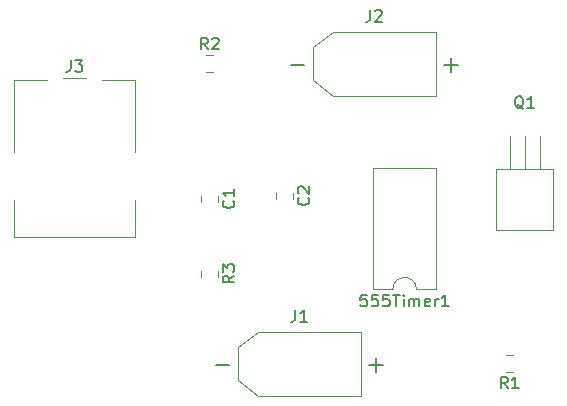
<source format=gbr>
G04 #@! TF.GenerationSoftware,KiCad,Pcbnew,(5.1.5-0-10_14)*
G04 #@! TF.CreationDate,2020-05-18T16:23:34+03:00*
G04 #@! TF.ProjectId,final2,66696e61-6c32-42e6-9b69-6361645f7063,rev?*
G04 #@! TF.SameCoordinates,Original*
G04 #@! TF.FileFunction,Legend,Top*
G04 #@! TF.FilePolarity,Positive*
%FSLAX46Y46*%
G04 Gerber Fmt 4.6, Leading zero omitted, Abs format (unit mm)*
G04 Created by KiCad (PCBNEW (5.1.5-0-10_14)) date 2020-05-18 16:23:34*
%MOMM*%
%LPD*%
G04 APERTURE LIST*
%ADD10C,0.120000*%
%ADD11C,0.150000*%
G04 APERTURE END LIST*
D10*
X147590000Y-94040000D02*
G75*
G02X149590000Y-94040000I1000000J0D01*
G01*
X149590000Y-94040000D02*
X151240000Y-94040000D01*
X151240000Y-94040000D02*
X151240000Y-83760000D01*
X151240000Y-83760000D02*
X145940000Y-83760000D01*
X145940000Y-83760000D02*
X145940000Y-94040000D01*
X145940000Y-94040000D02*
X147590000Y-94040000D01*
X132790000Y-86098748D02*
X132790000Y-86621252D01*
X131370000Y-86098748D02*
X131370000Y-86621252D01*
X137720000Y-85853748D02*
X137720000Y-86376252D01*
X139140000Y-85853748D02*
X139140000Y-86376252D01*
X136150000Y-97620000D02*
X144870000Y-97620000D01*
X144870000Y-97620000D02*
X144870000Y-103040000D01*
X136150000Y-103040000D02*
X144870000Y-103040000D01*
X134450000Y-98920000D02*
X136150000Y-97620000D01*
X134450000Y-101740000D02*
X136150000Y-103040000D01*
X134450000Y-98920000D02*
X134450000Y-101740000D01*
X140800000Y-73520000D02*
X140800000Y-76340000D01*
X140800000Y-76340000D02*
X142500000Y-77640000D01*
X140800000Y-73520000D02*
X142500000Y-72220000D01*
X142500000Y-77640000D02*
X151220000Y-77640000D01*
X151220000Y-72220000D02*
X151220000Y-77640000D01*
X142500000Y-72220000D02*
X151220000Y-72220000D01*
X115540000Y-82420000D02*
X115540000Y-76360000D01*
X115540000Y-76360000D02*
X118350000Y-76360000D01*
X122950000Y-76360000D02*
X125760000Y-76360000D01*
X125760000Y-76360000D02*
X125760000Y-82420000D01*
X125760000Y-86520000D02*
X125760000Y-89580000D01*
X125760000Y-89580000D02*
X115540000Y-89580000D01*
X115540000Y-89580000D02*
X115540000Y-86520000D01*
X119650000Y-76170000D02*
X121650000Y-76170000D01*
X157480000Y-81030000D02*
X157480000Y-83820000D01*
X158750000Y-81030000D02*
X158750000Y-83820000D01*
X160020000Y-81030000D02*
X160020000Y-83820000D01*
X156350000Y-83820000D02*
X161150000Y-83820000D01*
X161150000Y-83820000D02*
X161150000Y-89010000D01*
X161150000Y-89010000D02*
X156350000Y-89010000D01*
X156350000Y-89010000D02*
X156350000Y-83820000D01*
X157741252Y-101040000D02*
X157218748Y-101040000D01*
X157741252Y-99620000D02*
X157218748Y-99620000D01*
X131818748Y-74220000D02*
X132341252Y-74220000D01*
X131818748Y-75640000D02*
X132341252Y-75640000D01*
X131370000Y-92448748D02*
X131370000Y-92971252D01*
X132790000Y-92448748D02*
X132790000Y-92971252D01*
D11*
X145375714Y-94492380D02*
X144899523Y-94492380D01*
X144851904Y-94968571D01*
X144899523Y-94920952D01*
X144994761Y-94873333D01*
X145232857Y-94873333D01*
X145328095Y-94920952D01*
X145375714Y-94968571D01*
X145423333Y-95063809D01*
X145423333Y-95301904D01*
X145375714Y-95397142D01*
X145328095Y-95444761D01*
X145232857Y-95492380D01*
X144994761Y-95492380D01*
X144899523Y-95444761D01*
X144851904Y-95397142D01*
X146328095Y-94492380D02*
X145851904Y-94492380D01*
X145804285Y-94968571D01*
X145851904Y-94920952D01*
X145947142Y-94873333D01*
X146185238Y-94873333D01*
X146280476Y-94920952D01*
X146328095Y-94968571D01*
X146375714Y-95063809D01*
X146375714Y-95301904D01*
X146328095Y-95397142D01*
X146280476Y-95444761D01*
X146185238Y-95492380D01*
X145947142Y-95492380D01*
X145851904Y-95444761D01*
X145804285Y-95397142D01*
X147280476Y-94492380D02*
X146804285Y-94492380D01*
X146756666Y-94968571D01*
X146804285Y-94920952D01*
X146899523Y-94873333D01*
X147137619Y-94873333D01*
X147232857Y-94920952D01*
X147280476Y-94968571D01*
X147328095Y-95063809D01*
X147328095Y-95301904D01*
X147280476Y-95397142D01*
X147232857Y-95444761D01*
X147137619Y-95492380D01*
X146899523Y-95492380D01*
X146804285Y-95444761D01*
X146756666Y-95397142D01*
X147613809Y-94492380D02*
X148185238Y-94492380D01*
X147899523Y-95492380D02*
X147899523Y-94492380D01*
X148518571Y-95492380D02*
X148518571Y-94825714D01*
X148518571Y-94492380D02*
X148470952Y-94540000D01*
X148518571Y-94587619D01*
X148566190Y-94540000D01*
X148518571Y-94492380D01*
X148518571Y-94587619D01*
X148994761Y-95492380D02*
X148994761Y-94825714D01*
X148994761Y-94920952D02*
X149042380Y-94873333D01*
X149137619Y-94825714D01*
X149280476Y-94825714D01*
X149375714Y-94873333D01*
X149423333Y-94968571D01*
X149423333Y-95492380D01*
X149423333Y-94968571D02*
X149470952Y-94873333D01*
X149566190Y-94825714D01*
X149709047Y-94825714D01*
X149804285Y-94873333D01*
X149851904Y-94968571D01*
X149851904Y-95492380D01*
X150709047Y-95444761D02*
X150613809Y-95492380D01*
X150423333Y-95492380D01*
X150328095Y-95444761D01*
X150280476Y-95349523D01*
X150280476Y-94968571D01*
X150328095Y-94873333D01*
X150423333Y-94825714D01*
X150613809Y-94825714D01*
X150709047Y-94873333D01*
X150756666Y-94968571D01*
X150756666Y-95063809D01*
X150280476Y-95159047D01*
X151185238Y-95492380D02*
X151185238Y-94825714D01*
X151185238Y-95016190D02*
X151232857Y-94920952D01*
X151280476Y-94873333D01*
X151375714Y-94825714D01*
X151470952Y-94825714D01*
X152328095Y-95492380D02*
X151756666Y-95492380D01*
X152042380Y-95492380D02*
X152042380Y-94492380D01*
X151947142Y-94635238D01*
X151851904Y-94730476D01*
X151756666Y-94778095D01*
X134087142Y-86526666D02*
X134134761Y-86574285D01*
X134182380Y-86717142D01*
X134182380Y-86812380D01*
X134134761Y-86955238D01*
X134039523Y-87050476D01*
X133944285Y-87098095D01*
X133753809Y-87145714D01*
X133610952Y-87145714D01*
X133420476Y-87098095D01*
X133325238Y-87050476D01*
X133230000Y-86955238D01*
X133182380Y-86812380D01*
X133182380Y-86717142D01*
X133230000Y-86574285D01*
X133277619Y-86526666D01*
X134182380Y-85574285D02*
X134182380Y-86145714D01*
X134182380Y-85860000D02*
X133182380Y-85860000D01*
X133325238Y-85955238D01*
X133420476Y-86050476D01*
X133468095Y-86145714D01*
X140437142Y-86281666D02*
X140484761Y-86329285D01*
X140532380Y-86472142D01*
X140532380Y-86567380D01*
X140484761Y-86710238D01*
X140389523Y-86805476D01*
X140294285Y-86853095D01*
X140103809Y-86900714D01*
X139960952Y-86900714D01*
X139770476Y-86853095D01*
X139675238Y-86805476D01*
X139580000Y-86710238D01*
X139532380Y-86567380D01*
X139532380Y-86472142D01*
X139580000Y-86329285D01*
X139627619Y-86281666D01*
X139627619Y-85900714D02*
X139580000Y-85853095D01*
X139532380Y-85757857D01*
X139532380Y-85519761D01*
X139580000Y-85424523D01*
X139627619Y-85376904D01*
X139722857Y-85329285D01*
X139818095Y-85329285D01*
X139960952Y-85376904D01*
X140532380Y-85948333D01*
X140532380Y-85329285D01*
X139326666Y-95782380D02*
X139326666Y-96496666D01*
X139279047Y-96639523D01*
X139183809Y-96734761D01*
X139040952Y-96782380D01*
X138945714Y-96782380D01*
X140326666Y-96782380D02*
X139755238Y-96782380D01*
X140040952Y-96782380D02*
X140040952Y-95782380D01*
X139945714Y-95925238D01*
X139850476Y-96020476D01*
X139755238Y-96068095D01*
X145588571Y-100437142D02*
X146731428Y-100437142D01*
X146160000Y-101008571D02*
X146160000Y-99865714D01*
X132588571Y-100437142D02*
X133731428Y-100437142D01*
X145676666Y-70382380D02*
X145676666Y-71096666D01*
X145629047Y-71239523D01*
X145533809Y-71334761D01*
X145390952Y-71382380D01*
X145295714Y-71382380D01*
X146105238Y-70477619D02*
X146152857Y-70430000D01*
X146248095Y-70382380D01*
X146486190Y-70382380D01*
X146581428Y-70430000D01*
X146629047Y-70477619D01*
X146676666Y-70572857D01*
X146676666Y-70668095D01*
X146629047Y-70810952D01*
X146057619Y-71382380D01*
X146676666Y-71382380D01*
X138938571Y-75037142D02*
X140081428Y-75037142D01*
X151938571Y-75037142D02*
X153081428Y-75037142D01*
X152510000Y-75608571D02*
X152510000Y-74465714D01*
X120316666Y-74622380D02*
X120316666Y-75336666D01*
X120269047Y-75479523D01*
X120173809Y-75574761D01*
X120030952Y-75622380D01*
X119935714Y-75622380D01*
X120697619Y-74622380D02*
X121316666Y-74622380D01*
X120983333Y-75003333D01*
X121126190Y-75003333D01*
X121221428Y-75050952D01*
X121269047Y-75098571D01*
X121316666Y-75193809D01*
X121316666Y-75431904D01*
X121269047Y-75527142D01*
X121221428Y-75574761D01*
X121126190Y-75622380D01*
X120840476Y-75622380D01*
X120745238Y-75574761D01*
X120697619Y-75527142D01*
X158654761Y-78777619D02*
X158559523Y-78730000D01*
X158464285Y-78634761D01*
X158321428Y-78491904D01*
X158226190Y-78444285D01*
X158130952Y-78444285D01*
X158178571Y-78682380D02*
X158083333Y-78634761D01*
X157988095Y-78539523D01*
X157940476Y-78349047D01*
X157940476Y-78015714D01*
X157988095Y-77825238D01*
X158083333Y-77730000D01*
X158178571Y-77682380D01*
X158369047Y-77682380D01*
X158464285Y-77730000D01*
X158559523Y-77825238D01*
X158607142Y-78015714D01*
X158607142Y-78349047D01*
X158559523Y-78539523D01*
X158464285Y-78634761D01*
X158369047Y-78682380D01*
X158178571Y-78682380D01*
X159559523Y-78682380D02*
X158988095Y-78682380D01*
X159273809Y-78682380D02*
X159273809Y-77682380D01*
X159178571Y-77825238D01*
X159083333Y-77920476D01*
X158988095Y-77968095D01*
X157313333Y-102432380D02*
X156980000Y-101956190D01*
X156741904Y-102432380D02*
X156741904Y-101432380D01*
X157122857Y-101432380D01*
X157218095Y-101480000D01*
X157265714Y-101527619D01*
X157313333Y-101622857D01*
X157313333Y-101765714D01*
X157265714Y-101860952D01*
X157218095Y-101908571D01*
X157122857Y-101956190D01*
X156741904Y-101956190D01*
X158265714Y-102432380D02*
X157694285Y-102432380D01*
X157980000Y-102432380D02*
X157980000Y-101432380D01*
X157884761Y-101575238D01*
X157789523Y-101670476D01*
X157694285Y-101718095D01*
X131913333Y-73732380D02*
X131580000Y-73256190D01*
X131341904Y-73732380D02*
X131341904Y-72732380D01*
X131722857Y-72732380D01*
X131818095Y-72780000D01*
X131865714Y-72827619D01*
X131913333Y-72922857D01*
X131913333Y-73065714D01*
X131865714Y-73160952D01*
X131818095Y-73208571D01*
X131722857Y-73256190D01*
X131341904Y-73256190D01*
X132294285Y-72827619D02*
X132341904Y-72780000D01*
X132437142Y-72732380D01*
X132675238Y-72732380D01*
X132770476Y-72780000D01*
X132818095Y-72827619D01*
X132865714Y-72922857D01*
X132865714Y-73018095D01*
X132818095Y-73160952D01*
X132246666Y-73732380D01*
X132865714Y-73732380D01*
X134182380Y-92876666D02*
X133706190Y-93210000D01*
X134182380Y-93448095D02*
X133182380Y-93448095D01*
X133182380Y-93067142D01*
X133230000Y-92971904D01*
X133277619Y-92924285D01*
X133372857Y-92876666D01*
X133515714Y-92876666D01*
X133610952Y-92924285D01*
X133658571Y-92971904D01*
X133706190Y-93067142D01*
X133706190Y-93448095D01*
X133182380Y-92543333D02*
X133182380Y-91924285D01*
X133563333Y-92257619D01*
X133563333Y-92114761D01*
X133610952Y-92019523D01*
X133658571Y-91971904D01*
X133753809Y-91924285D01*
X133991904Y-91924285D01*
X134087142Y-91971904D01*
X134134761Y-92019523D01*
X134182380Y-92114761D01*
X134182380Y-92400476D01*
X134134761Y-92495714D01*
X134087142Y-92543333D01*
M02*

</source>
